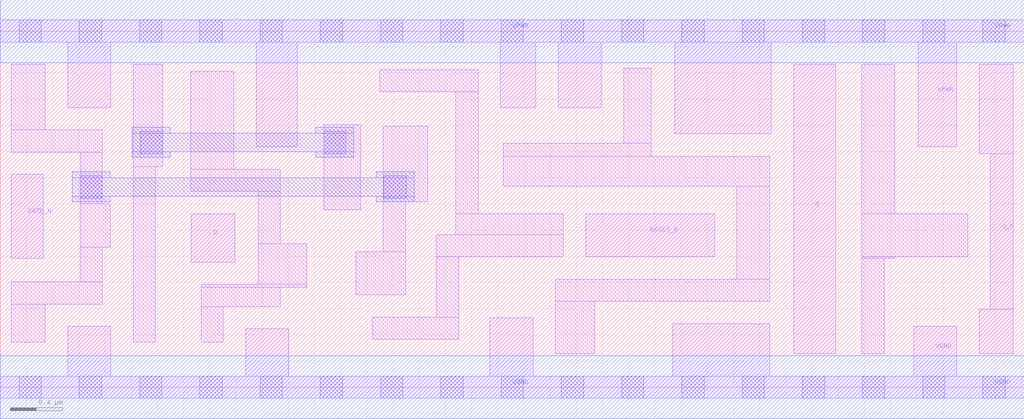
<source format=lef>
# Copyright 2020 The SkyWater PDK Authors
#
# Licensed under the Apache License, Version 2.0 (the "License");
# you may not use this file except in compliance with the License.
# You may obtain a copy of the License at
#
#     https://www.apache.org/licenses/LICENSE-2.0
#
# Unless required by applicable law or agreed to in writing, software
# distributed under the License is distributed on an "AS IS" BASIS,
# WITHOUT WARRANTIES OR CONDITIONS OF ANY KIND, either express or implied.
# See the License for the specific language governing permissions and
# limitations under the License.
#
# SPDX-License-Identifier: Apache-2.0

VERSION 5.7 ;
  NAMESCASESENSITIVE ON ;
  NOWIREEXTENSIONATPIN ON ;
  DIVIDERCHAR "/" ;
  BUSBITCHARS "[]" ;
UNITS
  DATABASE MICRONS 200 ;
END UNITS
MACRO sky130_fd_sc_hd__dlrbn_1
  CLASS CORE ;
  SOURCE USER ;
  FOREIGN sky130_fd_sc_hd__dlrbn_1 ;
  ORIGIN  0.000000  0.000000 ;
  SIZE  7.820000 BY  2.720000 ;
  SYMMETRY X Y R90 ;
  SITE unithd ;
  PIN D
    ANTENNAGATEAREA  0.159000 ;
    DIRECTION INPUT ;
    USE SIGNAL ;
    PORT
      LAYER li1 ;
        RECT 1.460000 0.955000 1.790000 1.325000 ;
    END
  END D
  PIN Q
    ANTENNADIFFAREA  0.429000 ;
    DIRECTION OUTPUT ;
    USE SIGNAL ;
    PORT
      LAYER li1 ;
        RECT 6.060000 0.255000 6.380000 2.465000 ;
    END
  END Q
  PIN Q_N
    ANTENNADIFFAREA  0.429000 ;
    DIRECTION OUTPUT ;
    USE SIGNAL ;
    PORT
      LAYER li1 ;
        RECT 7.475000 0.255000 7.735000 0.595000 ;
        RECT 7.475000 1.785000 7.735000 2.465000 ;
        RECT 7.560000 0.595000 7.735000 1.785000 ;
    END
  END Q_N
  PIN RESET_B
    ANTENNAGATEAREA  0.247500 ;
    DIRECTION INPUT ;
    USE SIGNAL ;
    PORT
      LAYER li1 ;
        RECT 4.470000 0.995000 5.455000 1.325000 ;
    END
  END RESET_B
  PIN GATE_N
    ANTENNAGATEAREA  0.159000 ;
    DIRECTION INPUT ;
    USE CLOCK ;
    PORT
      LAYER li1 ;
        RECT 0.085000 0.985000 0.330000 1.625000 ;
    END
  END GATE_N
  PIN VGND
    DIRECTION INOUT ;
    SHAPE ABUTMENT ;
    USE GROUND ;
    PORT
      LAYER li1 ;
        RECT 0.000000 -0.085000 7.820000 0.085000 ;
        RECT 0.515000  0.085000 0.845000 0.465000 ;
        RECT 1.875000  0.085000 2.205000 0.445000 ;
        RECT 3.740000  0.085000 4.070000 0.530000 ;
        RECT 5.135000  0.085000 5.875000 0.485000 ;
        RECT 6.975000  0.085000 7.305000 0.465000 ;
      LAYER mcon ;
        RECT 0.145000 -0.085000 0.315000 0.085000 ;
        RECT 0.605000 -0.085000 0.775000 0.085000 ;
        RECT 1.065000 -0.085000 1.235000 0.085000 ;
        RECT 1.525000 -0.085000 1.695000 0.085000 ;
        RECT 1.985000 -0.085000 2.155000 0.085000 ;
        RECT 2.445000 -0.085000 2.615000 0.085000 ;
        RECT 2.905000 -0.085000 3.075000 0.085000 ;
        RECT 3.365000 -0.085000 3.535000 0.085000 ;
        RECT 3.825000 -0.085000 3.995000 0.085000 ;
        RECT 4.285000 -0.085000 4.455000 0.085000 ;
        RECT 4.745000 -0.085000 4.915000 0.085000 ;
        RECT 5.205000 -0.085000 5.375000 0.085000 ;
        RECT 5.665000 -0.085000 5.835000 0.085000 ;
        RECT 6.125000 -0.085000 6.295000 0.085000 ;
        RECT 6.585000 -0.085000 6.755000 0.085000 ;
        RECT 7.045000 -0.085000 7.215000 0.085000 ;
        RECT 7.505000 -0.085000 7.675000 0.085000 ;
      LAYER met1 ;
        RECT 0.000000 -0.240000 7.820000 0.240000 ;
    END
  END VGND
  PIN VPWR
    DIRECTION INOUT ;
    SHAPE ABUTMENT ;
    USE POWER ;
    PORT
      LAYER li1 ;
        RECT 0.000000 2.635000 7.820000 2.805000 ;
        RECT 0.515000 2.135000 0.845000 2.635000 ;
        RECT 1.955000 1.835000 2.270000 2.635000 ;
        RECT 3.820000 2.135000 4.090000 2.635000 ;
        RECT 4.260000 2.135000 4.590000 2.635000 ;
        RECT 5.150000 1.935000 5.890000 2.635000 ;
        RECT 7.010000 1.835000 7.305000 2.635000 ;
      LAYER mcon ;
        RECT 0.145000 2.635000 0.315000 2.805000 ;
        RECT 0.605000 2.635000 0.775000 2.805000 ;
        RECT 1.065000 2.635000 1.235000 2.805000 ;
        RECT 1.525000 2.635000 1.695000 2.805000 ;
        RECT 1.985000 2.635000 2.155000 2.805000 ;
        RECT 2.445000 2.635000 2.615000 2.805000 ;
        RECT 2.905000 2.635000 3.075000 2.805000 ;
        RECT 3.365000 2.635000 3.535000 2.805000 ;
        RECT 3.825000 2.635000 3.995000 2.805000 ;
        RECT 4.285000 2.635000 4.455000 2.805000 ;
        RECT 4.745000 2.635000 4.915000 2.805000 ;
        RECT 5.205000 2.635000 5.375000 2.805000 ;
        RECT 5.665000 2.635000 5.835000 2.805000 ;
        RECT 6.125000 2.635000 6.295000 2.805000 ;
        RECT 6.585000 2.635000 6.755000 2.805000 ;
        RECT 7.045000 2.635000 7.215000 2.805000 ;
        RECT 7.505000 2.635000 7.675000 2.805000 ;
      LAYER met1 ;
        RECT 0.000000 2.480000 7.820000 2.960000 ;
    END
  END VPWR
  OBS
    LAYER li1 ;
      RECT 0.085000 0.345000 0.345000 0.635000 ;
      RECT 0.085000 0.635000 0.780000 0.805000 ;
      RECT 0.085000 1.795000 0.780000 1.965000 ;
      RECT 0.085000 1.965000 0.345000 2.465000 ;
      RECT 0.610000 0.805000 0.780000 1.070000 ;
      RECT 0.610000 1.070000 0.840000 1.400000 ;
      RECT 0.610000 1.400000 0.780000 1.795000 ;
      RECT 1.015000 0.345000 1.185000 1.685000 ;
      RECT 1.015000 1.685000 1.240000 2.465000 ;
      RECT 1.455000 1.495000 2.140000 1.665000 ;
      RECT 1.455000 1.665000 1.785000 2.415000 ;
      RECT 1.535000 0.345000 1.705000 0.615000 ;
      RECT 1.535000 0.615000 2.140000 0.765000 ;
      RECT 1.535000 0.765000 2.340000 0.785000 ;
      RECT 1.970000 0.785000 2.340000 1.095000 ;
      RECT 1.970000 1.095000 2.140000 1.495000 ;
      RECT 2.470000 1.355000 2.755000 2.005000 ;
      RECT 2.715000 0.705000 3.095000 1.035000 ;
      RECT 2.840000 0.365000 3.500000 0.535000 ;
      RECT 2.900000 2.255000 3.650000 2.425000 ;
      RECT 2.925000 1.035000 3.095000 1.415000 ;
      RECT 2.925000 1.415000 3.265000 1.995000 ;
      RECT 3.330000 0.535000 3.500000 0.995000 ;
      RECT 3.330000 0.995000 4.300000 1.165000 ;
      RECT 3.480000 1.165000 4.300000 1.325000 ;
      RECT 3.480000 1.325000 3.650000 2.255000 ;
      RECT 3.840000 1.535000 5.875000 1.765000 ;
      RECT 3.840000 1.765000 4.970000 1.865000 ;
      RECT 4.240000 0.255000 4.540000 0.655000 ;
      RECT 4.240000 0.655000 5.875000 0.825000 ;
      RECT 4.760000 1.865000 4.970000 2.435000 ;
      RECT 5.625000 0.825000 5.875000 1.535000 ;
      RECT 6.580000 0.255000 6.750000 0.985000 ;
      RECT 6.580000 0.985000 6.830000 0.995000 ;
      RECT 6.580000 0.995000 7.390000 1.325000 ;
      RECT 6.580000 1.325000 6.830000 2.465000 ;
    LAYER mcon ;
      RECT 0.610000 1.445000 0.780000 1.615000 ;
      RECT 1.070000 1.785000 1.240000 1.955000 ;
      RECT 2.470000 1.785000 2.640000 1.955000 ;
      RECT 2.930000 1.445000 3.100000 1.615000 ;
    LAYER met1 ;
      RECT 0.550000 1.415000 0.840000 1.460000 ;
      RECT 0.550000 1.460000 3.160000 1.600000 ;
      RECT 0.550000 1.600000 0.840000 1.645000 ;
      RECT 1.010000 1.755000 1.300000 1.800000 ;
      RECT 1.010000 1.800000 2.700000 1.940000 ;
      RECT 1.010000 1.940000 1.300000 1.985000 ;
      RECT 2.410000 1.755000 2.700000 1.800000 ;
      RECT 2.410000 1.940000 2.700000 1.985000 ;
      RECT 2.870000 1.415000 3.160000 1.460000 ;
      RECT 2.870000 1.600000 3.160000 1.645000 ;
  END
END sky130_fd_sc_hd__dlrbn_1

</source>
